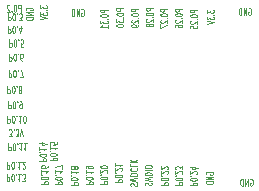
<source format=gbo>
%TF.GenerationSoftware,KiCad,Pcbnew,(5.1.6)-1*%
%TF.CreationDate,2020-10-25T10:58:20+08:00*%
%TF.ProjectId,NRF52840,4e524635-3238-4343-902e-6b696361645f,rev?*%
%TF.SameCoordinates,Original*%
%TF.FileFunction,Legend,Bot*%
%TF.FilePolarity,Positive*%
%FSLAX46Y46*%
G04 Gerber Fmt 4.6, Leading zero omitted, Abs format (unit mm)*
G04 Created by KiCad (PCBNEW (5.1.6)-1) date 2020-10-25 10:58:20*
%MOMM*%
%LPD*%
G01*
G04 APERTURE LIST*
%ADD10C,0.100000*%
%ADD11O,1.600000X0.900000*%
%ADD12O,0.900000X1.600000*%
G04 APERTURE END LIST*
D10*
X137077441Y-113316340D02*
X137115537Y-113287768D01*
X137172680Y-113287768D01*
X137229822Y-113316340D01*
X137267918Y-113373482D01*
X137286965Y-113430625D01*
X137306013Y-113544911D01*
X137306013Y-113630625D01*
X137286965Y-113744911D01*
X137267918Y-113802054D01*
X137229822Y-113859197D01*
X137172680Y-113887768D01*
X137134584Y-113887768D01*
X137077441Y-113859197D01*
X137058394Y-113830625D01*
X137058394Y-113630625D01*
X137134584Y-113630625D01*
X136886965Y-113887768D02*
X136886965Y-113287768D01*
X136658394Y-113887768D01*
X136658394Y-113287768D01*
X136467918Y-113887768D02*
X136467918Y-113287768D01*
X136372680Y-113287768D01*
X136315537Y-113316340D01*
X136277441Y-113373482D01*
X136258394Y-113430625D01*
X136239346Y-113544911D01*
X136239346Y-113630625D01*
X136258394Y-113744911D01*
X136277441Y-113802054D01*
X136315537Y-113859197D01*
X136372680Y-113887768D01*
X136467918Y-113887768D01*
X133544108Y-113445863D02*
X133544108Y-113693482D01*
X133772680Y-113560149D01*
X133772680Y-113617292D01*
X133801251Y-113655387D01*
X133829822Y-113674435D01*
X133886965Y-113693482D01*
X134029822Y-113693482D01*
X134086965Y-113674435D01*
X134115537Y-113655387D01*
X134144108Y-113617292D01*
X134144108Y-113503006D01*
X134115537Y-113464911D01*
X134086965Y-113445863D01*
X134086965Y-113864911D02*
X134115537Y-113883959D01*
X134144108Y-113864911D01*
X134115537Y-113845863D01*
X134086965Y-113864911D01*
X134144108Y-113864911D01*
X133544108Y-114017292D02*
X133544108Y-114264911D01*
X133772680Y-114131578D01*
X133772680Y-114188720D01*
X133801251Y-114226816D01*
X133829822Y-114245863D01*
X133886965Y-114264911D01*
X134029822Y-114264911D01*
X134086965Y-114245863D01*
X134115537Y-114226816D01*
X134144108Y-114188720D01*
X134144108Y-114074435D01*
X134115537Y-114036340D01*
X134086965Y-114017292D01*
X133544108Y-114379197D02*
X134144108Y-114512530D01*
X133544108Y-114645863D01*
X132724108Y-113444911D02*
X132124108Y-113444911D01*
X132124108Y-113597292D01*
X132152680Y-113635387D01*
X132181251Y-113654435D01*
X132238394Y-113673482D01*
X132324108Y-113673482D01*
X132381251Y-113654435D01*
X132409822Y-113635387D01*
X132438394Y-113597292D01*
X132438394Y-113444911D01*
X132124108Y-113921101D02*
X132124108Y-113959197D01*
X132152680Y-113997292D01*
X132181251Y-114016340D01*
X132238394Y-114035387D01*
X132352680Y-114054435D01*
X132495537Y-114054435D01*
X132609822Y-114035387D01*
X132666965Y-114016340D01*
X132695537Y-113997292D01*
X132724108Y-113959197D01*
X132724108Y-113921101D01*
X132695537Y-113883006D01*
X132666965Y-113863959D01*
X132609822Y-113844911D01*
X132495537Y-113825863D01*
X132352680Y-113825863D01*
X132238394Y-113844911D01*
X132181251Y-113863959D01*
X132152680Y-113883006D01*
X132124108Y-113921101D01*
X132666965Y-114225863D02*
X132695537Y-114244911D01*
X132724108Y-114225863D01*
X132695537Y-114206816D01*
X132666965Y-114225863D01*
X132724108Y-114225863D01*
X132181251Y-114397292D02*
X132152680Y-114416340D01*
X132124108Y-114454435D01*
X132124108Y-114549673D01*
X132152680Y-114587768D01*
X132181251Y-114606816D01*
X132238394Y-114625863D01*
X132295537Y-114625863D01*
X132381251Y-114606816D01*
X132724108Y-114378244D01*
X132724108Y-114625863D01*
X132124108Y-114987768D02*
X132124108Y-114797292D01*
X132409822Y-114778244D01*
X132381251Y-114797292D01*
X132352680Y-114835387D01*
X132352680Y-114930625D01*
X132381251Y-114968720D01*
X132409822Y-114987768D01*
X132466965Y-115006816D01*
X132609822Y-115006816D01*
X132666965Y-114987768D01*
X132695537Y-114968720D01*
X132724108Y-114930625D01*
X132724108Y-114835387D01*
X132695537Y-114797292D01*
X132666965Y-114778244D01*
X131434108Y-113364911D02*
X130834108Y-113364911D01*
X130834108Y-113517292D01*
X130862680Y-113555387D01*
X130891251Y-113574435D01*
X130948394Y-113593482D01*
X131034108Y-113593482D01*
X131091251Y-113574435D01*
X131119822Y-113555387D01*
X131148394Y-113517292D01*
X131148394Y-113364911D01*
X130834108Y-113841101D02*
X130834108Y-113879197D01*
X130862680Y-113917292D01*
X130891251Y-113936340D01*
X130948394Y-113955387D01*
X131062680Y-113974435D01*
X131205537Y-113974435D01*
X131319822Y-113955387D01*
X131376965Y-113936340D01*
X131405537Y-113917292D01*
X131434108Y-113879197D01*
X131434108Y-113841101D01*
X131405537Y-113803006D01*
X131376965Y-113783959D01*
X131319822Y-113764911D01*
X131205537Y-113745863D01*
X131062680Y-113745863D01*
X130948394Y-113764911D01*
X130891251Y-113783959D01*
X130862680Y-113803006D01*
X130834108Y-113841101D01*
X131376965Y-114145863D02*
X131405537Y-114164911D01*
X131434108Y-114145863D01*
X131405537Y-114126816D01*
X131376965Y-114145863D01*
X131434108Y-114145863D01*
X130891251Y-114317292D02*
X130862680Y-114336340D01*
X130834108Y-114374435D01*
X130834108Y-114469673D01*
X130862680Y-114507768D01*
X130891251Y-114526816D01*
X130948394Y-114545863D01*
X131005537Y-114545863D01*
X131091251Y-114526816D01*
X131434108Y-114298244D01*
X131434108Y-114545863D01*
X130834108Y-114888720D02*
X130834108Y-114812530D01*
X130862680Y-114774435D01*
X130891251Y-114755387D01*
X130976965Y-114717292D01*
X131091251Y-114698244D01*
X131319822Y-114698244D01*
X131376965Y-114717292D01*
X131405537Y-114736340D01*
X131434108Y-114774435D01*
X131434108Y-114850625D01*
X131405537Y-114888720D01*
X131376965Y-114907768D01*
X131319822Y-114926816D01*
X131176965Y-114926816D01*
X131119822Y-114907768D01*
X131091251Y-114888720D01*
X131062680Y-114850625D01*
X131062680Y-114774435D01*
X131091251Y-114736340D01*
X131119822Y-114717292D01*
X131176965Y-114698244D01*
X130194108Y-113364911D02*
X129594108Y-113364911D01*
X129594108Y-113517292D01*
X129622680Y-113555387D01*
X129651251Y-113574435D01*
X129708394Y-113593482D01*
X129794108Y-113593482D01*
X129851251Y-113574435D01*
X129879822Y-113555387D01*
X129908394Y-113517292D01*
X129908394Y-113364911D01*
X129594108Y-113841101D02*
X129594108Y-113879197D01*
X129622680Y-113917292D01*
X129651251Y-113936340D01*
X129708394Y-113955387D01*
X129822680Y-113974435D01*
X129965537Y-113974435D01*
X130079822Y-113955387D01*
X130136965Y-113936340D01*
X130165537Y-113917292D01*
X130194108Y-113879197D01*
X130194108Y-113841101D01*
X130165537Y-113803006D01*
X130136965Y-113783959D01*
X130079822Y-113764911D01*
X129965537Y-113745863D01*
X129822680Y-113745863D01*
X129708394Y-113764911D01*
X129651251Y-113783959D01*
X129622680Y-113803006D01*
X129594108Y-113841101D01*
X130136965Y-114145863D02*
X130165537Y-114164911D01*
X130194108Y-114145863D01*
X130165537Y-114126816D01*
X130136965Y-114145863D01*
X130194108Y-114145863D01*
X129651251Y-114317292D02*
X129622680Y-114336340D01*
X129594108Y-114374435D01*
X129594108Y-114469673D01*
X129622680Y-114507768D01*
X129651251Y-114526816D01*
X129708394Y-114545863D01*
X129765537Y-114545863D01*
X129851251Y-114526816D01*
X130194108Y-114298244D01*
X130194108Y-114545863D01*
X129594108Y-114679197D02*
X129594108Y-114945863D01*
X130194108Y-114774435D01*
X128974108Y-113294911D02*
X128374108Y-113294911D01*
X128374108Y-113447292D01*
X128402680Y-113485387D01*
X128431251Y-113504435D01*
X128488394Y-113523482D01*
X128574108Y-113523482D01*
X128631251Y-113504435D01*
X128659822Y-113485387D01*
X128688394Y-113447292D01*
X128688394Y-113294911D01*
X128374108Y-113771101D02*
X128374108Y-113809197D01*
X128402680Y-113847292D01*
X128431251Y-113866340D01*
X128488394Y-113885387D01*
X128602680Y-113904435D01*
X128745537Y-113904435D01*
X128859822Y-113885387D01*
X128916965Y-113866340D01*
X128945537Y-113847292D01*
X128974108Y-113809197D01*
X128974108Y-113771101D01*
X128945537Y-113733006D01*
X128916965Y-113713959D01*
X128859822Y-113694911D01*
X128745537Y-113675863D01*
X128602680Y-113675863D01*
X128488394Y-113694911D01*
X128431251Y-113713959D01*
X128402680Y-113733006D01*
X128374108Y-113771101D01*
X128916965Y-114075863D02*
X128945537Y-114094911D01*
X128974108Y-114075863D01*
X128945537Y-114056816D01*
X128916965Y-114075863D01*
X128974108Y-114075863D01*
X128431251Y-114247292D02*
X128402680Y-114266340D01*
X128374108Y-114304435D01*
X128374108Y-114399673D01*
X128402680Y-114437768D01*
X128431251Y-114456816D01*
X128488394Y-114475863D01*
X128545537Y-114475863D01*
X128631251Y-114456816D01*
X128974108Y-114228244D01*
X128974108Y-114475863D01*
X128631251Y-114704435D02*
X128602680Y-114666340D01*
X128574108Y-114647292D01*
X128516965Y-114628244D01*
X128488394Y-114628244D01*
X128431251Y-114647292D01*
X128402680Y-114666340D01*
X128374108Y-114704435D01*
X128374108Y-114780625D01*
X128402680Y-114818720D01*
X128431251Y-114837768D01*
X128488394Y-114856816D01*
X128516965Y-114856816D01*
X128574108Y-114837768D01*
X128602680Y-114818720D01*
X128631251Y-114780625D01*
X128631251Y-114704435D01*
X128659822Y-114666340D01*
X128688394Y-114647292D01*
X128745537Y-114628244D01*
X128859822Y-114628244D01*
X128916965Y-114647292D01*
X128945537Y-114666340D01*
X128974108Y-114704435D01*
X128974108Y-114780625D01*
X128945537Y-114818720D01*
X128916965Y-114837768D01*
X128859822Y-114856816D01*
X128745537Y-114856816D01*
X128688394Y-114837768D01*
X128659822Y-114818720D01*
X128631251Y-114780625D01*
X127744108Y-113354911D02*
X127144108Y-113354911D01*
X127144108Y-113507292D01*
X127172680Y-113545387D01*
X127201251Y-113564435D01*
X127258394Y-113583482D01*
X127344108Y-113583482D01*
X127401251Y-113564435D01*
X127429822Y-113545387D01*
X127458394Y-113507292D01*
X127458394Y-113354911D01*
X127144108Y-113831101D02*
X127144108Y-113869197D01*
X127172680Y-113907292D01*
X127201251Y-113926340D01*
X127258394Y-113945387D01*
X127372680Y-113964435D01*
X127515537Y-113964435D01*
X127629822Y-113945387D01*
X127686965Y-113926340D01*
X127715537Y-113907292D01*
X127744108Y-113869197D01*
X127744108Y-113831101D01*
X127715537Y-113793006D01*
X127686965Y-113773959D01*
X127629822Y-113754911D01*
X127515537Y-113735863D01*
X127372680Y-113735863D01*
X127258394Y-113754911D01*
X127201251Y-113773959D01*
X127172680Y-113793006D01*
X127144108Y-113831101D01*
X127686965Y-114135863D02*
X127715537Y-114154911D01*
X127744108Y-114135863D01*
X127715537Y-114116816D01*
X127686965Y-114135863D01*
X127744108Y-114135863D01*
X127201251Y-114307292D02*
X127172680Y-114326340D01*
X127144108Y-114364435D01*
X127144108Y-114459673D01*
X127172680Y-114497768D01*
X127201251Y-114516816D01*
X127258394Y-114535863D01*
X127315537Y-114535863D01*
X127401251Y-114516816D01*
X127744108Y-114288244D01*
X127744108Y-114535863D01*
X127744108Y-114726340D02*
X127744108Y-114802530D01*
X127715537Y-114840625D01*
X127686965Y-114859673D01*
X127601251Y-114897768D01*
X127486965Y-114916816D01*
X127258394Y-114916816D01*
X127201251Y-114897768D01*
X127172680Y-114878720D01*
X127144108Y-114840625D01*
X127144108Y-114764435D01*
X127172680Y-114726340D01*
X127201251Y-114707292D01*
X127258394Y-114688244D01*
X127401251Y-114688244D01*
X127458394Y-114707292D01*
X127486965Y-114726340D01*
X127515537Y-114764435D01*
X127515537Y-114840625D01*
X127486965Y-114878720D01*
X127458394Y-114897768D01*
X127401251Y-114916816D01*
X126464108Y-113324911D02*
X125864108Y-113324911D01*
X125864108Y-113477292D01*
X125892680Y-113515387D01*
X125921251Y-113534435D01*
X125978394Y-113553482D01*
X126064108Y-113553482D01*
X126121251Y-113534435D01*
X126149822Y-113515387D01*
X126178394Y-113477292D01*
X126178394Y-113324911D01*
X125864108Y-113801101D02*
X125864108Y-113839197D01*
X125892680Y-113877292D01*
X125921251Y-113896340D01*
X125978394Y-113915387D01*
X126092680Y-113934435D01*
X126235537Y-113934435D01*
X126349822Y-113915387D01*
X126406965Y-113896340D01*
X126435537Y-113877292D01*
X126464108Y-113839197D01*
X126464108Y-113801101D01*
X126435537Y-113763006D01*
X126406965Y-113743959D01*
X126349822Y-113724911D01*
X126235537Y-113705863D01*
X126092680Y-113705863D01*
X125978394Y-113724911D01*
X125921251Y-113743959D01*
X125892680Y-113763006D01*
X125864108Y-113801101D01*
X126406965Y-114105863D02*
X126435537Y-114124911D01*
X126464108Y-114105863D01*
X126435537Y-114086816D01*
X126406965Y-114105863D01*
X126464108Y-114105863D01*
X125864108Y-114258244D02*
X125864108Y-114505863D01*
X126092680Y-114372530D01*
X126092680Y-114429673D01*
X126121251Y-114467768D01*
X126149822Y-114486816D01*
X126206965Y-114505863D01*
X126349822Y-114505863D01*
X126406965Y-114486816D01*
X126435537Y-114467768D01*
X126464108Y-114429673D01*
X126464108Y-114315387D01*
X126435537Y-114277292D01*
X126406965Y-114258244D01*
X125864108Y-114753482D02*
X125864108Y-114791578D01*
X125892680Y-114829673D01*
X125921251Y-114848720D01*
X125978394Y-114867768D01*
X126092680Y-114886816D01*
X126235537Y-114886816D01*
X126349822Y-114867768D01*
X126406965Y-114848720D01*
X126435537Y-114829673D01*
X126464108Y-114791578D01*
X126464108Y-114753482D01*
X126435537Y-114715387D01*
X126406965Y-114696340D01*
X126349822Y-114677292D01*
X126235537Y-114658244D01*
X126092680Y-114658244D01*
X125978394Y-114677292D01*
X125921251Y-114696340D01*
X125892680Y-114715387D01*
X125864108Y-114753482D01*
X125134108Y-113424911D02*
X124534108Y-113424911D01*
X124534108Y-113577292D01*
X124562680Y-113615387D01*
X124591251Y-113634435D01*
X124648394Y-113653482D01*
X124734108Y-113653482D01*
X124791251Y-113634435D01*
X124819822Y-113615387D01*
X124848394Y-113577292D01*
X124848394Y-113424911D01*
X124534108Y-113901101D02*
X124534108Y-113939197D01*
X124562680Y-113977292D01*
X124591251Y-113996340D01*
X124648394Y-114015387D01*
X124762680Y-114034435D01*
X124905537Y-114034435D01*
X125019822Y-114015387D01*
X125076965Y-113996340D01*
X125105537Y-113977292D01*
X125134108Y-113939197D01*
X125134108Y-113901101D01*
X125105537Y-113863006D01*
X125076965Y-113843959D01*
X125019822Y-113824911D01*
X124905537Y-113805863D01*
X124762680Y-113805863D01*
X124648394Y-113824911D01*
X124591251Y-113843959D01*
X124562680Y-113863006D01*
X124534108Y-113901101D01*
X125076965Y-114205863D02*
X125105537Y-114224911D01*
X125134108Y-114205863D01*
X125105537Y-114186816D01*
X125076965Y-114205863D01*
X125134108Y-114205863D01*
X124534108Y-114358244D02*
X124534108Y-114605863D01*
X124762680Y-114472530D01*
X124762680Y-114529673D01*
X124791251Y-114567768D01*
X124819822Y-114586816D01*
X124876965Y-114605863D01*
X125019822Y-114605863D01*
X125076965Y-114586816D01*
X125105537Y-114567768D01*
X125134108Y-114529673D01*
X125134108Y-114415387D01*
X125105537Y-114377292D01*
X125076965Y-114358244D01*
X125134108Y-114986816D02*
X125134108Y-114758244D01*
X125134108Y-114872530D02*
X124534108Y-114872530D01*
X124619822Y-114834435D01*
X124676965Y-114796340D01*
X124705537Y-114758244D01*
X122927441Y-113406340D02*
X122965537Y-113377768D01*
X123022680Y-113377768D01*
X123079822Y-113406340D01*
X123117918Y-113463482D01*
X123136965Y-113520625D01*
X123156013Y-113634911D01*
X123156013Y-113720625D01*
X123136965Y-113834911D01*
X123117918Y-113892054D01*
X123079822Y-113949197D01*
X123022680Y-113977768D01*
X122984584Y-113977768D01*
X122927441Y-113949197D01*
X122908394Y-113920625D01*
X122908394Y-113720625D01*
X122984584Y-113720625D01*
X122736965Y-113977768D02*
X122736965Y-113377768D01*
X122508394Y-113977768D01*
X122508394Y-113377768D01*
X122317918Y-113977768D02*
X122317918Y-113377768D01*
X122222680Y-113377768D01*
X122165537Y-113406340D01*
X122127441Y-113463482D01*
X122108394Y-113520625D01*
X122089346Y-113634911D01*
X122089346Y-113720625D01*
X122108394Y-113834911D01*
X122127441Y-113892054D01*
X122165537Y-113949197D01*
X122222680Y-113977768D01*
X122317918Y-113977768D01*
X119414108Y-113065863D02*
X119414108Y-113313482D01*
X119642680Y-113180149D01*
X119642680Y-113237292D01*
X119671251Y-113275387D01*
X119699822Y-113294435D01*
X119756965Y-113313482D01*
X119899822Y-113313482D01*
X119956965Y-113294435D01*
X119985537Y-113275387D01*
X120014108Y-113237292D01*
X120014108Y-113123006D01*
X119985537Y-113084911D01*
X119956965Y-113065863D01*
X119956965Y-113484911D02*
X119985537Y-113503959D01*
X120014108Y-113484911D01*
X119985537Y-113465863D01*
X119956965Y-113484911D01*
X120014108Y-113484911D01*
X119414108Y-113637292D02*
X119414108Y-113884911D01*
X119642680Y-113751578D01*
X119642680Y-113808720D01*
X119671251Y-113846816D01*
X119699822Y-113865863D01*
X119756965Y-113884911D01*
X119899822Y-113884911D01*
X119956965Y-113865863D01*
X119985537Y-113846816D01*
X120014108Y-113808720D01*
X120014108Y-113694435D01*
X119985537Y-113656340D01*
X119956965Y-113637292D01*
X119414108Y-113999197D02*
X120014108Y-114132530D01*
X119414108Y-114265863D01*
X118232680Y-113481578D02*
X118204108Y-113443482D01*
X118204108Y-113386340D01*
X118232680Y-113329197D01*
X118289822Y-113291101D01*
X118346965Y-113272054D01*
X118461251Y-113253006D01*
X118546965Y-113253006D01*
X118661251Y-113272054D01*
X118718394Y-113291101D01*
X118775537Y-113329197D01*
X118804108Y-113386340D01*
X118804108Y-113424435D01*
X118775537Y-113481578D01*
X118746965Y-113500625D01*
X118546965Y-113500625D01*
X118546965Y-113424435D01*
X118804108Y-113672054D02*
X118204108Y-113672054D01*
X118804108Y-113900625D01*
X118204108Y-113900625D01*
X118804108Y-114091101D02*
X118204108Y-114091101D01*
X118204108Y-114186340D01*
X118232680Y-114243482D01*
X118289822Y-114281578D01*
X118346965Y-114300625D01*
X118461251Y-114319673D01*
X118546965Y-114319673D01*
X118661251Y-114300625D01*
X118718394Y-114281578D01*
X118775537Y-114243482D01*
X118804108Y-114186340D01*
X118804108Y-114091101D01*
X117783632Y-113617768D02*
X117783632Y-113017768D01*
X117631251Y-113017768D01*
X117593156Y-113046340D01*
X117574108Y-113074911D01*
X117555060Y-113132054D01*
X117555060Y-113217768D01*
X117574108Y-113274911D01*
X117593156Y-113303482D01*
X117631251Y-113332054D01*
X117783632Y-113332054D01*
X117307441Y-113017768D02*
X117269346Y-113017768D01*
X117231251Y-113046340D01*
X117212203Y-113074911D01*
X117193156Y-113132054D01*
X117174108Y-113246340D01*
X117174108Y-113389197D01*
X117193156Y-113503482D01*
X117212203Y-113560625D01*
X117231251Y-113589197D01*
X117269346Y-113617768D01*
X117307441Y-113617768D01*
X117345537Y-113589197D01*
X117364584Y-113560625D01*
X117383632Y-113503482D01*
X117402680Y-113389197D01*
X117402680Y-113246340D01*
X117383632Y-113132054D01*
X117364584Y-113074911D01*
X117345537Y-113046340D01*
X117307441Y-113017768D01*
X117002680Y-113560625D02*
X116983632Y-113589197D01*
X117002680Y-113617768D01*
X117021727Y-113589197D01*
X117002680Y-113560625D01*
X117002680Y-113617768D01*
X116831251Y-113074911D02*
X116812203Y-113046340D01*
X116774108Y-113017768D01*
X116678870Y-113017768D01*
X116640775Y-113046340D01*
X116621727Y-113074911D01*
X116602680Y-113132054D01*
X116602680Y-113189197D01*
X116621727Y-113274911D01*
X116850299Y-113617768D01*
X116602680Y-113617768D01*
X116691727Y-113734911D02*
X116691727Y-114334911D01*
X116844108Y-114334911D01*
X116882203Y-114306340D01*
X116901251Y-114277768D01*
X116920299Y-114220625D01*
X116920299Y-114134911D01*
X116901251Y-114077768D01*
X116882203Y-114049197D01*
X116844108Y-114020625D01*
X116691727Y-114020625D01*
X117167918Y-114334911D02*
X117206013Y-114334911D01*
X117244108Y-114306340D01*
X117263156Y-114277768D01*
X117282203Y-114220625D01*
X117301251Y-114106340D01*
X117301251Y-113963482D01*
X117282203Y-113849197D01*
X117263156Y-113792054D01*
X117244108Y-113763482D01*
X117206013Y-113734911D01*
X117167918Y-113734911D01*
X117129822Y-113763482D01*
X117110775Y-113792054D01*
X117091727Y-113849197D01*
X117072680Y-113963482D01*
X117072680Y-114106340D01*
X117091727Y-114220625D01*
X117110775Y-114277768D01*
X117129822Y-114306340D01*
X117167918Y-114334911D01*
X117472680Y-113792054D02*
X117491727Y-113763482D01*
X117472680Y-113734911D01*
X117453632Y-113763482D01*
X117472680Y-113792054D01*
X117472680Y-113734911D01*
X117625060Y-114334911D02*
X117872680Y-114334911D01*
X117739346Y-114106340D01*
X117796489Y-114106340D01*
X117834584Y-114077768D01*
X117853632Y-114049197D01*
X117872680Y-113992054D01*
X117872680Y-113849197D01*
X117853632Y-113792054D01*
X117834584Y-113763482D01*
X117796489Y-113734911D01*
X117682203Y-113734911D01*
X117644108Y-113763482D01*
X117625060Y-113792054D01*
X116701727Y-114804911D02*
X116701727Y-115404911D01*
X116854108Y-115404911D01*
X116892203Y-115376340D01*
X116911251Y-115347768D01*
X116930299Y-115290625D01*
X116930299Y-115204911D01*
X116911251Y-115147768D01*
X116892203Y-115119197D01*
X116854108Y-115090625D01*
X116701727Y-115090625D01*
X117177918Y-115404911D02*
X117216013Y-115404911D01*
X117254108Y-115376340D01*
X117273156Y-115347768D01*
X117292203Y-115290625D01*
X117311251Y-115176340D01*
X117311251Y-115033482D01*
X117292203Y-114919197D01*
X117273156Y-114862054D01*
X117254108Y-114833482D01*
X117216013Y-114804911D01*
X117177918Y-114804911D01*
X117139822Y-114833482D01*
X117120775Y-114862054D01*
X117101727Y-114919197D01*
X117082680Y-115033482D01*
X117082680Y-115176340D01*
X117101727Y-115290625D01*
X117120775Y-115347768D01*
X117139822Y-115376340D01*
X117177918Y-115404911D01*
X117482680Y-114862054D02*
X117501727Y-114833482D01*
X117482680Y-114804911D01*
X117463632Y-114833482D01*
X117482680Y-114862054D01*
X117482680Y-114804911D01*
X117844584Y-115204911D02*
X117844584Y-114804911D01*
X117749346Y-115433482D02*
X117654108Y-115004911D01*
X117901727Y-115004911D01*
X116811727Y-115954911D02*
X116811727Y-116554911D01*
X116964108Y-116554911D01*
X117002203Y-116526340D01*
X117021251Y-116497768D01*
X117040299Y-116440625D01*
X117040299Y-116354911D01*
X117021251Y-116297768D01*
X117002203Y-116269197D01*
X116964108Y-116240625D01*
X116811727Y-116240625D01*
X117287918Y-116554911D02*
X117326013Y-116554911D01*
X117364108Y-116526340D01*
X117383156Y-116497768D01*
X117402203Y-116440625D01*
X117421251Y-116326340D01*
X117421251Y-116183482D01*
X117402203Y-116069197D01*
X117383156Y-116012054D01*
X117364108Y-115983482D01*
X117326013Y-115954911D01*
X117287918Y-115954911D01*
X117249822Y-115983482D01*
X117230775Y-116012054D01*
X117211727Y-116069197D01*
X117192680Y-116183482D01*
X117192680Y-116326340D01*
X117211727Y-116440625D01*
X117230775Y-116497768D01*
X117249822Y-116526340D01*
X117287918Y-116554911D01*
X117592680Y-116012054D02*
X117611727Y-115983482D01*
X117592680Y-115954911D01*
X117573632Y-115983482D01*
X117592680Y-116012054D01*
X117592680Y-115954911D01*
X117973632Y-116554911D02*
X117783156Y-116554911D01*
X117764108Y-116269197D01*
X117783156Y-116297768D01*
X117821251Y-116326340D01*
X117916489Y-116326340D01*
X117954584Y-116297768D01*
X117973632Y-116269197D01*
X117992680Y-116212054D01*
X117992680Y-116069197D01*
X117973632Y-116012054D01*
X117954584Y-115983482D01*
X117916489Y-115954911D01*
X117821251Y-115954911D01*
X117783156Y-115983482D01*
X117764108Y-116012054D01*
X116781727Y-117154911D02*
X116781727Y-117754911D01*
X116934108Y-117754911D01*
X116972203Y-117726340D01*
X116991251Y-117697768D01*
X117010299Y-117640625D01*
X117010299Y-117554911D01*
X116991251Y-117497768D01*
X116972203Y-117469197D01*
X116934108Y-117440625D01*
X116781727Y-117440625D01*
X117257918Y-117754911D02*
X117296013Y-117754911D01*
X117334108Y-117726340D01*
X117353156Y-117697768D01*
X117372203Y-117640625D01*
X117391251Y-117526340D01*
X117391251Y-117383482D01*
X117372203Y-117269197D01*
X117353156Y-117212054D01*
X117334108Y-117183482D01*
X117296013Y-117154911D01*
X117257918Y-117154911D01*
X117219822Y-117183482D01*
X117200775Y-117212054D01*
X117181727Y-117269197D01*
X117162680Y-117383482D01*
X117162680Y-117526340D01*
X117181727Y-117640625D01*
X117200775Y-117697768D01*
X117219822Y-117726340D01*
X117257918Y-117754911D01*
X117562680Y-117212054D02*
X117581727Y-117183482D01*
X117562680Y-117154911D01*
X117543632Y-117183482D01*
X117562680Y-117212054D01*
X117562680Y-117154911D01*
X117924584Y-117754911D02*
X117848394Y-117754911D01*
X117810299Y-117726340D01*
X117791251Y-117697768D01*
X117753156Y-117612054D01*
X117734108Y-117497768D01*
X117734108Y-117269197D01*
X117753156Y-117212054D01*
X117772203Y-117183482D01*
X117810299Y-117154911D01*
X117886489Y-117154911D01*
X117924584Y-117183482D01*
X117943632Y-117212054D01*
X117962680Y-117269197D01*
X117962680Y-117412054D01*
X117943632Y-117469197D01*
X117924584Y-117497768D01*
X117886489Y-117526340D01*
X117810299Y-117526340D01*
X117772203Y-117497768D01*
X117753156Y-117469197D01*
X117734108Y-117412054D01*
X116761727Y-118544911D02*
X116761727Y-119144911D01*
X116914108Y-119144911D01*
X116952203Y-119116340D01*
X116971251Y-119087768D01*
X116990299Y-119030625D01*
X116990299Y-118944911D01*
X116971251Y-118887768D01*
X116952203Y-118859197D01*
X116914108Y-118830625D01*
X116761727Y-118830625D01*
X117237918Y-119144911D02*
X117276013Y-119144911D01*
X117314108Y-119116340D01*
X117333156Y-119087768D01*
X117352203Y-119030625D01*
X117371251Y-118916340D01*
X117371251Y-118773482D01*
X117352203Y-118659197D01*
X117333156Y-118602054D01*
X117314108Y-118573482D01*
X117276013Y-118544911D01*
X117237918Y-118544911D01*
X117199822Y-118573482D01*
X117180775Y-118602054D01*
X117161727Y-118659197D01*
X117142680Y-118773482D01*
X117142680Y-118916340D01*
X117161727Y-119030625D01*
X117180775Y-119087768D01*
X117199822Y-119116340D01*
X117237918Y-119144911D01*
X117542680Y-118602054D02*
X117561727Y-118573482D01*
X117542680Y-118544911D01*
X117523632Y-118573482D01*
X117542680Y-118602054D01*
X117542680Y-118544911D01*
X117695060Y-119144911D02*
X117961727Y-119144911D01*
X117790299Y-118544911D01*
X116651727Y-119884911D02*
X116651727Y-120484911D01*
X116804108Y-120484911D01*
X116842203Y-120456340D01*
X116861251Y-120427768D01*
X116880299Y-120370625D01*
X116880299Y-120284911D01*
X116861251Y-120227768D01*
X116842203Y-120199197D01*
X116804108Y-120170625D01*
X116651727Y-120170625D01*
X117127918Y-120484911D02*
X117166013Y-120484911D01*
X117204108Y-120456340D01*
X117223156Y-120427768D01*
X117242203Y-120370625D01*
X117261251Y-120256340D01*
X117261251Y-120113482D01*
X117242203Y-119999197D01*
X117223156Y-119942054D01*
X117204108Y-119913482D01*
X117166013Y-119884911D01*
X117127918Y-119884911D01*
X117089822Y-119913482D01*
X117070775Y-119942054D01*
X117051727Y-119999197D01*
X117032680Y-120113482D01*
X117032680Y-120256340D01*
X117051727Y-120370625D01*
X117070775Y-120427768D01*
X117089822Y-120456340D01*
X117127918Y-120484911D01*
X117432680Y-119942054D02*
X117451727Y-119913482D01*
X117432680Y-119884911D01*
X117413632Y-119913482D01*
X117432680Y-119942054D01*
X117432680Y-119884911D01*
X117680299Y-120227768D02*
X117642203Y-120256340D01*
X117623156Y-120284911D01*
X117604108Y-120342054D01*
X117604108Y-120370625D01*
X117623156Y-120427768D01*
X117642203Y-120456340D01*
X117680299Y-120484911D01*
X117756489Y-120484911D01*
X117794584Y-120456340D01*
X117813632Y-120427768D01*
X117832680Y-120370625D01*
X117832680Y-120342054D01*
X117813632Y-120284911D01*
X117794584Y-120256340D01*
X117756489Y-120227768D01*
X117680299Y-120227768D01*
X117642203Y-120199197D01*
X117623156Y-120170625D01*
X117604108Y-120113482D01*
X117604108Y-119999197D01*
X117623156Y-119942054D01*
X117642203Y-119913482D01*
X117680299Y-119884911D01*
X117756489Y-119884911D01*
X117794584Y-119913482D01*
X117813632Y-119942054D01*
X117832680Y-119999197D01*
X117832680Y-120113482D01*
X117813632Y-120170625D01*
X117794584Y-120199197D01*
X117756489Y-120227768D01*
X116721727Y-121194911D02*
X116721727Y-121794911D01*
X116874108Y-121794911D01*
X116912203Y-121766340D01*
X116931251Y-121737768D01*
X116950299Y-121680625D01*
X116950299Y-121594911D01*
X116931251Y-121537768D01*
X116912203Y-121509197D01*
X116874108Y-121480625D01*
X116721727Y-121480625D01*
X117197918Y-121794911D02*
X117236013Y-121794911D01*
X117274108Y-121766340D01*
X117293156Y-121737768D01*
X117312203Y-121680625D01*
X117331251Y-121566340D01*
X117331251Y-121423482D01*
X117312203Y-121309197D01*
X117293156Y-121252054D01*
X117274108Y-121223482D01*
X117236013Y-121194911D01*
X117197918Y-121194911D01*
X117159822Y-121223482D01*
X117140775Y-121252054D01*
X117121727Y-121309197D01*
X117102680Y-121423482D01*
X117102680Y-121566340D01*
X117121727Y-121680625D01*
X117140775Y-121737768D01*
X117159822Y-121766340D01*
X117197918Y-121794911D01*
X117502680Y-121252054D02*
X117521727Y-121223482D01*
X117502680Y-121194911D01*
X117483632Y-121223482D01*
X117502680Y-121252054D01*
X117502680Y-121194911D01*
X117712203Y-121194911D02*
X117788394Y-121194911D01*
X117826489Y-121223482D01*
X117845537Y-121252054D01*
X117883632Y-121337768D01*
X117902680Y-121452054D01*
X117902680Y-121680625D01*
X117883632Y-121737768D01*
X117864584Y-121766340D01*
X117826489Y-121794911D01*
X117750299Y-121794911D01*
X117712203Y-121766340D01*
X117693156Y-121737768D01*
X117674108Y-121680625D01*
X117674108Y-121537768D01*
X117693156Y-121480625D01*
X117712203Y-121452054D01*
X117750299Y-121423482D01*
X117826489Y-121423482D01*
X117864584Y-121452054D01*
X117883632Y-121480625D01*
X117902680Y-121537768D01*
X116661251Y-122404911D02*
X116661251Y-123004911D01*
X116813632Y-123004911D01*
X116851727Y-122976340D01*
X116870775Y-122947768D01*
X116889822Y-122890625D01*
X116889822Y-122804911D01*
X116870775Y-122747768D01*
X116851727Y-122719197D01*
X116813632Y-122690625D01*
X116661251Y-122690625D01*
X117137441Y-123004911D02*
X117175537Y-123004911D01*
X117213632Y-122976340D01*
X117232680Y-122947768D01*
X117251727Y-122890625D01*
X117270775Y-122776340D01*
X117270775Y-122633482D01*
X117251727Y-122519197D01*
X117232680Y-122462054D01*
X117213632Y-122433482D01*
X117175537Y-122404911D01*
X117137441Y-122404911D01*
X117099346Y-122433482D01*
X117080299Y-122462054D01*
X117061251Y-122519197D01*
X117042203Y-122633482D01*
X117042203Y-122776340D01*
X117061251Y-122890625D01*
X117080299Y-122947768D01*
X117099346Y-122976340D01*
X117137441Y-123004911D01*
X117442203Y-122462054D02*
X117461251Y-122433482D01*
X117442203Y-122404911D01*
X117423156Y-122433482D01*
X117442203Y-122462054D01*
X117442203Y-122404911D01*
X117842203Y-122404911D02*
X117613632Y-122404911D01*
X117727918Y-122404911D02*
X117727918Y-123004911D01*
X117689822Y-122919197D01*
X117651727Y-122862054D01*
X117613632Y-122833482D01*
X118089822Y-123004911D02*
X118127918Y-123004911D01*
X118166013Y-122976340D01*
X118185060Y-122947768D01*
X118204108Y-122890625D01*
X118223156Y-122776340D01*
X118223156Y-122633482D01*
X118204108Y-122519197D01*
X118185060Y-122462054D01*
X118166013Y-122433482D01*
X118127918Y-122404911D01*
X118089822Y-122404911D01*
X118051727Y-122433482D01*
X118032680Y-122462054D01*
X118013632Y-122519197D01*
X117994584Y-122633482D01*
X117994584Y-122776340D01*
X118013632Y-122890625D01*
X118032680Y-122947768D01*
X118051727Y-122976340D01*
X118089822Y-123004911D01*
X116772203Y-124164911D02*
X117019822Y-124164911D01*
X116886489Y-123936340D01*
X116943632Y-123936340D01*
X116981727Y-123907768D01*
X117000775Y-123879197D01*
X117019822Y-123822054D01*
X117019822Y-123679197D01*
X117000775Y-123622054D01*
X116981727Y-123593482D01*
X116943632Y-123564911D01*
X116829346Y-123564911D01*
X116791251Y-123593482D01*
X116772203Y-123622054D01*
X117191251Y-123622054D02*
X117210299Y-123593482D01*
X117191251Y-123564911D01*
X117172203Y-123593482D01*
X117191251Y-123622054D01*
X117191251Y-123564911D01*
X117343632Y-124164911D02*
X117591251Y-124164911D01*
X117457918Y-123936340D01*
X117515060Y-123936340D01*
X117553156Y-123907768D01*
X117572203Y-123879197D01*
X117591251Y-123822054D01*
X117591251Y-123679197D01*
X117572203Y-123622054D01*
X117553156Y-123593482D01*
X117515060Y-123564911D01*
X117400775Y-123564911D01*
X117362680Y-123593482D01*
X117343632Y-123622054D01*
X117705537Y-124164911D02*
X117838870Y-123564911D01*
X117972203Y-124164911D01*
X116721251Y-124744911D02*
X116721251Y-125344911D01*
X116873632Y-125344911D01*
X116911727Y-125316340D01*
X116930775Y-125287768D01*
X116949822Y-125230625D01*
X116949822Y-125144911D01*
X116930775Y-125087768D01*
X116911727Y-125059197D01*
X116873632Y-125030625D01*
X116721251Y-125030625D01*
X117197441Y-125344911D02*
X117235537Y-125344911D01*
X117273632Y-125316340D01*
X117292680Y-125287768D01*
X117311727Y-125230625D01*
X117330775Y-125116340D01*
X117330775Y-124973482D01*
X117311727Y-124859197D01*
X117292680Y-124802054D01*
X117273632Y-124773482D01*
X117235537Y-124744911D01*
X117197441Y-124744911D01*
X117159346Y-124773482D01*
X117140299Y-124802054D01*
X117121251Y-124859197D01*
X117102203Y-124973482D01*
X117102203Y-125116340D01*
X117121251Y-125230625D01*
X117140299Y-125287768D01*
X117159346Y-125316340D01*
X117197441Y-125344911D01*
X117502203Y-124802054D02*
X117521251Y-124773482D01*
X117502203Y-124744911D01*
X117483156Y-124773482D01*
X117502203Y-124802054D01*
X117502203Y-124744911D01*
X117902203Y-124744911D02*
X117673632Y-124744911D01*
X117787918Y-124744911D02*
X117787918Y-125344911D01*
X117749822Y-125259197D01*
X117711727Y-125202054D01*
X117673632Y-125173482D01*
X118283156Y-124744911D02*
X118054584Y-124744911D01*
X118168870Y-124744911D02*
X118168870Y-125344911D01*
X118130775Y-125259197D01*
X118092680Y-125202054D01*
X118054584Y-125173482D01*
X116601251Y-126304911D02*
X116601251Y-126904911D01*
X116753632Y-126904911D01*
X116791727Y-126876340D01*
X116810775Y-126847768D01*
X116829822Y-126790625D01*
X116829822Y-126704911D01*
X116810775Y-126647768D01*
X116791727Y-126619197D01*
X116753632Y-126590625D01*
X116601251Y-126590625D01*
X117077441Y-126904911D02*
X117115537Y-126904911D01*
X117153632Y-126876340D01*
X117172680Y-126847768D01*
X117191727Y-126790625D01*
X117210775Y-126676340D01*
X117210775Y-126533482D01*
X117191727Y-126419197D01*
X117172680Y-126362054D01*
X117153632Y-126333482D01*
X117115537Y-126304911D01*
X117077441Y-126304911D01*
X117039346Y-126333482D01*
X117020299Y-126362054D01*
X117001251Y-126419197D01*
X116982203Y-126533482D01*
X116982203Y-126676340D01*
X117001251Y-126790625D01*
X117020299Y-126847768D01*
X117039346Y-126876340D01*
X117077441Y-126904911D01*
X117382203Y-126362054D02*
X117401251Y-126333482D01*
X117382203Y-126304911D01*
X117363156Y-126333482D01*
X117382203Y-126362054D01*
X117382203Y-126304911D01*
X117782203Y-126304911D02*
X117553632Y-126304911D01*
X117667918Y-126304911D02*
X117667918Y-126904911D01*
X117629822Y-126819197D01*
X117591727Y-126762054D01*
X117553632Y-126733482D01*
X117934584Y-126847768D02*
X117953632Y-126876340D01*
X117991727Y-126904911D01*
X118086965Y-126904911D01*
X118125060Y-126876340D01*
X118144108Y-126847768D01*
X118163156Y-126790625D01*
X118163156Y-126733482D01*
X118144108Y-126647768D01*
X117915537Y-126304911D01*
X118163156Y-126304911D01*
X116601251Y-127344911D02*
X116601251Y-127944911D01*
X116753632Y-127944911D01*
X116791727Y-127916340D01*
X116810775Y-127887768D01*
X116829822Y-127830625D01*
X116829822Y-127744911D01*
X116810775Y-127687768D01*
X116791727Y-127659197D01*
X116753632Y-127630625D01*
X116601251Y-127630625D01*
X117077441Y-127944911D02*
X117115537Y-127944911D01*
X117153632Y-127916340D01*
X117172680Y-127887768D01*
X117191727Y-127830625D01*
X117210775Y-127716340D01*
X117210775Y-127573482D01*
X117191727Y-127459197D01*
X117172680Y-127402054D01*
X117153632Y-127373482D01*
X117115537Y-127344911D01*
X117077441Y-127344911D01*
X117039346Y-127373482D01*
X117020299Y-127402054D01*
X117001251Y-127459197D01*
X116982203Y-127573482D01*
X116982203Y-127716340D01*
X117001251Y-127830625D01*
X117020299Y-127887768D01*
X117039346Y-127916340D01*
X117077441Y-127944911D01*
X117382203Y-127402054D02*
X117401251Y-127373482D01*
X117382203Y-127344911D01*
X117363156Y-127373482D01*
X117382203Y-127402054D01*
X117382203Y-127344911D01*
X117782203Y-127344911D02*
X117553632Y-127344911D01*
X117667918Y-127344911D02*
X117667918Y-127944911D01*
X117629822Y-127859197D01*
X117591727Y-127802054D01*
X117553632Y-127773482D01*
X117915537Y-127944911D02*
X118163156Y-127944911D01*
X118029822Y-127716340D01*
X118086965Y-127716340D01*
X118125060Y-127687768D01*
X118144108Y-127659197D01*
X118163156Y-127602054D01*
X118163156Y-127459197D01*
X118144108Y-127402054D01*
X118125060Y-127373482D01*
X118086965Y-127344911D01*
X117972680Y-127344911D01*
X117934584Y-127373482D01*
X117915537Y-127402054D01*
X119361251Y-126257768D02*
X119961251Y-126257768D01*
X119961251Y-126105387D01*
X119932680Y-126067292D01*
X119904108Y-126048244D01*
X119846965Y-126029197D01*
X119761251Y-126029197D01*
X119704108Y-126048244D01*
X119675537Y-126067292D01*
X119646965Y-126105387D01*
X119646965Y-126257768D01*
X119961251Y-125781578D02*
X119961251Y-125743482D01*
X119932680Y-125705387D01*
X119904108Y-125686340D01*
X119846965Y-125667292D01*
X119732680Y-125648244D01*
X119589822Y-125648244D01*
X119475537Y-125667292D01*
X119418394Y-125686340D01*
X119389822Y-125705387D01*
X119361251Y-125743482D01*
X119361251Y-125781578D01*
X119389822Y-125819673D01*
X119418394Y-125838720D01*
X119475537Y-125857768D01*
X119589822Y-125876816D01*
X119732680Y-125876816D01*
X119846965Y-125857768D01*
X119904108Y-125838720D01*
X119932680Y-125819673D01*
X119961251Y-125781578D01*
X119418394Y-125476816D02*
X119389822Y-125457768D01*
X119361251Y-125476816D01*
X119389822Y-125495863D01*
X119418394Y-125476816D01*
X119361251Y-125476816D01*
X119361251Y-125076816D02*
X119361251Y-125305387D01*
X119361251Y-125191101D02*
X119961251Y-125191101D01*
X119875537Y-125229197D01*
X119818394Y-125267292D01*
X119789822Y-125305387D01*
X119761251Y-124733959D02*
X119361251Y-124733959D01*
X119989822Y-124829197D02*
X119561251Y-124924435D01*
X119561251Y-124676816D01*
X120221251Y-126187768D02*
X120821251Y-126187768D01*
X120821251Y-126035387D01*
X120792680Y-125997292D01*
X120764108Y-125978244D01*
X120706965Y-125959197D01*
X120621251Y-125959197D01*
X120564108Y-125978244D01*
X120535537Y-125997292D01*
X120506965Y-126035387D01*
X120506965Y-126187768D01*
X120821251Y-125711578D02*
X120821251Y-125673482D01*
X120792680Y-125635387D01*
X120764108Y-125616340D01*
X120706965Y-125597292D01*
X120592680Y-125578244D01*
X120449822Y-125578244D01*
X120335537Y-125597292D01*
X120278394Y-125616340D01*
X120249822Y-125635387D01*
X120221251Y-125673482D01*
X120221251Y-125711578D01*
X120249822Y-125749673D01*
X120278394Y-125768720D01*
X120335537Y-125787768D01*
X120449822Y-125806816D01*
X120592680Y-125806816D01*
X120706965Y-125787768D01*
X120764108Y-125768720D01*
X120792680Y-125749673D01*
X120821251Y-125711578D01*
X120278394Y-125406816D02*
X120249822Y-125387768D01*
X120221251Y-125406816D01*
X120249822Y-125425863D01*
X120278394Y-125406816D01*
X120221251Y-125406816D01*
X120221251Y-125006816D02*
X120221251Y-125235387D01*
X120221251Y-125121101D02*
X120821251Y-125121101D01*
X120735537Y-125159197D01*
X120678394Y-125197292D01*
X120649822Y-125235387D01*
X120821251Y-124644911D02*
X120821251Y-124835387D01*
X120535537Y-124854435D01*
X120564108Y-124835387D01*
X120592680Y-124797292D01*
X120592680Y-124702054D01*
X120564108Y-124663959D01*
X120535537Y-124644911D01*
X120478394Y-124625863D01*
X120335537Y-124625863D01*
X120278394Y-124644911D01*
X120249822Y-124663959D01*
X120221251Y-124702054D01*
X120221251Y-124797292D01*
X120249822Y-124835387D01*
X120278394Y-124854435D01*
X119491251Y-128187768D02*
X120091251Y-128187768D01*
X120091251Y-128035387D01*
X120062680Y-127997292D01*
X120034108Y-127978244D01*
X119976965Y-127959197D01*
X119891251Y-127959197D01*
X119834108Y-127978244D01*
X119805537Y-127997292D01*
X119776965Y-128035387D01*
X119776965Y-128187768D01*
X120091251Y-127711578D02*
X120091251Y-127673482D01*
X120062680Y-127635387D01*
X120034108Y-127616340D01*
X119976965Y-127597292D01*
X119862680Y-127578244D01*
X119719822Y-127578244D01*
X119605537Y-127597292D01*
X119548394Y-127616340D01*
X119519822Y-127635387D01*
X119491251Y-127673482D01*
X119491251Y-127711578D01*
X119519822Y-127749673D01*
X119548394Y-127768720D01*
X119605537Y-127787768D01*
X119719822Y-127806816D01*
X119862680Y-127806816D01*
X119976965Y-127787768D01*
X120034108Y-127768720D01*
X120062680Y-127749673D01*
X120091251Y-127711578D01*
X119548394Y-127406816D02*
X119519822Y-127387768D01*
X119491251Y-127406816D01*
X119519822Y-127425863D01*
X119548394Y-127406816D01*
X119491251Y-127406816D01*
X119491251Y-127006816D02*
X119491251Y-127235387D01*
X119491251Y-127121101D02*
X120091251Y-127121101D01*
X120005537Y-127159197D01*
X119948394Y-127197292D01*
X119919822Y-127235387D01*
X120091251Y-126663959D02*
X120091251Y-126740149D01*
X120062680Y-126778244D01*
X120034108Y-126797292D01*
X119948394Y-126835387D01*
X119834108Y-126854435D01*
X119605537Y-126854435D01*
X119548394Y-126835387D01*
X119519822Y-126816340D01*
X119491251Y-126778244D01*
X119491251Y-126702054D01*
X119519822Y-126663959D01*
X119548394Y-126644911D01*
X119605537Y-126625863D01*
X119748394Y-126625863D01*
X119805537Y-126644911D01*
X119834108Y-126663959D01*
X119862680Y-126702054D01*
X119862680Y-126778244D01*
X119834108Y-126816340D01*
X119805537Y-126835387D01*
X119748394Y-126854435D01*
X120691251Y-128197768D02*
X121291251Y-128197768D01*
X121291251Y-128045387D01*
X121262680Y-128007292D01*
X121234108Y-127988244D01*
X121176965Y-127969197D01*
X121091251Y-127969197D01*
X121034108Y-127988244D01*
X121005537Y-128007292D01*
X120976965Y-128045387D01*
X120976965Y-128197768D01*
X121291251Y-127721578D02*
X121291251Y-127683482D01*
X121262680Y-127645387D01*
X121234108Y-127626340D01*
X121176965Y-127607292D01*
X121062680Y-127588244D01*
X120919822Y-127588244D01*
X120805537Y-127607292D01*
X120748394Y-127626340D01*
X120719822Y-127645387D01*
X120691251Y-127683482D01*
X120691251Y-127721578D01*
X120719822Y-127759673D01*
X120748394Y-127778720D01*
X120805537Y-127797768D01*
X120919822Y-127816816D01*
X121062680Y-127816816D01*
X121176965Y-127797768D01*
X121234108Y-127778720D01*
X121262680Y-127759673D01*
X121291251Y-127721578D01*
X120748394Y-127416816D02*
X120719822Y-127397768D01*
X120691251Y-127416816D01*
X120719822Y-127435863D01*
X120748394Y-127416816D01*
X120691251Y-127416816D01*
X120691251Y-127016816D02*
X120691251Y-127245387D01*
X120691251Y-127131101D02*
X121291251Y-127131101D01*
X121205537Y-127169197D01*
X121148394Y-127207292D01*
X121119822Y-127245387D01*
X121291251Y-126883482D02*
X121291251Y-126616816D01*
X120691251Y-126788244D01*
X122011251Y-128247768D02*
X122611251Y-128247768D01*
X122611251Y-128095387D01*
X122582680Y-128057292D01*
X122554108Y-128038244D01*
X122496965Y-128019197D01*
X122411251Y-128019197D01*
X122354108Y-128038244D01*
X122325537Y-128057292D01*
X122296965Y-128095387D01*
X122296965Y-128247768D01*
X122611251Y-127771578D02*
X122611251Y-127733482D01*
X122582680Y-127695387D01*
X122554108Y-127676340D01*
X122496965Y-127657292D01*
X122382680Y-127638244D01*
X122239822Y-127638244D01*
X122125537Y-127657292D01*
X122068394Y-127676340D01*
X122039822Y-127695387D01*
X122011251Y-127733482D01*
X122011251Y-127771578D01*
X122039822Y-127809673D01*
X122068394Y-127828720D01*
X122125537Y-127847768D01*
X122239822Y-127866816D01*
X122382680Y-127866816D01*
X122496965Y-127847768D01*
X122554108Y-127828720D01*
X122582680Y-127809673D01*
X122611251Y-127771578D01*
X122068394Y-127466816D02*
X122039822Y-127447768D01*
X122011251Y-127466816D01*
X122039822Y-127485863D01*
X122068394Y-127466816D01*
X122011251Y-127466816D01*
X122011251Y-127066816D02*
X122011251Y-127295387D01*
X122011251Y-127181101D02*
X122611251Y-127181101D01*
X122525537Y-127219197D01*
X122468394Y-127257292D01*
X122439822Y-127295387D01*
X122354108Y-126838244D02*
X122382680Y-126876340D01*
X122411251Y-126895387D01*
X122468394Y-126914435D01*
X122496965Y-126914435D01*
X122554108Y-126895387D01*
X122582680Y-126876340D01*
X122611251Y-126838244D01*
X122611251Y-126762054D01*
X122582680Y-126723959D01*
X122554108Y-126704911D01*
X122496965Y-126685863D01*
X122468394Y-126685863D01*
X122411251Y-126704911D01*
X122382680Y-126723959D01*
X122354108Y-126762054D01*
X122354108Y-126838244D01*
X122325537Y-126876340D01*
X122296965Y-126895387D01*
X122239822Y-126914435D01*
X122125537Y-126914435D01*
X122068394Y-126895387D01*
X122039822Y-126876340D01*
X122011251Y-126838244D01*
X122011251Y-126762054D01*
X122039822Y-126723959D01*
X122068394Y-126704911D01*
X122125537Y-126685863D01*
X122239822Y-126685863D01*
X122296965Y-126704911D01*
X122325537Y-126723959D01*
X122354108Y-126762054D01*
X123271251Y-128207768D02*
X123871251Y-128207768D01*
X123871251Y-128055387D01*
X123842680Y-128017292D01*
X123814108Y-127998244D01*
X123756965Y-127979197D01*
X123671251Y-127979197D01*
X123614108Y-127998244D01*
X123585537Y-128017292D01*
X123556965Y-128055387D01*
X123556965Y-128207768D01*
X123871251Y-127731578D02*
X123871251Y-127693482D01*
X123842680Y-127655387D01*
X123814108Y-127636340D01*
X123756965Y-127617292D01*
X123642680Y-127598244D01*
X123499822Y-127598244D01*
X123385537Y-127617292D01*
X123328394Y-127636340D01*
X123299822Y-127655387D01*
X123271251Y-127693482D01*
X123271251Y-127731578D01*
X123299822Y-127769673D01*
X123328394Y-127788720D01*
X123385537Y-127807768D01*
X123499822Y-127826816D01*
X123642680Y-127826816D01*
X123756965Y-127807768D01*
X123814108Y-127788720D01*
X123842680Y-127769673D01*
X123871251Y-127731578D01*
X123328394Y-127426816D02*
X123299822Y-127407768D01*
X123271251Y-127426816D01*
X123299822Y-127445863D01*
X123328394Y-127426816D01*
X123271251Y-127426816D01*
X123271251Y-127026816D02*
X123271251Y-127255387D01*
X123271251Y-127141101D02*
X123871251Y-127141101D01*
X123785537Y-127179197D01*
X123728394Y-127217292D01*
X123699822Y-127255387D01*
X123271251Y-126836340D02*
X123271251Y-126760149D01*
X123299822Y-126722054D01*
X123328394Y-126703006D01*
X123414108Y-126664911D01*
X123528394Y-126645863D01*
X123756965Y-126645863D01*
X123814108Y-126664911D01*
X123842680Y-126683959D01*
X123871251Y-126722054D01*
X123871251Y-126798244D01*
X123842680Y-126836340D01*
X123814108Y-126855387D01*
X123756965Y-126874435D01*
X123614108Y-126874435D01*
X123556965Y-126855387D01*
X123528394Y-126836340D01*
X123499822Y-126798244D01*
X123499822Y-126722054D01*
X123528394Y-126683959D01*
X123556965Y-126664911D01*
X123614108Y-126645863D01*
X124511251Y-128177768D02*
X125111251Y-128177768D01*
X125111251Y-128025387D01*
X125082680Y-127987292D01*
X125054108Y-127968244D01*
X124996965Y-127949197D01*
X124911251Y-127949197D01*
X124854108Y-127968244D01*
X124825537Y-127987292D01*
X124796965Y-128025387D01*
X124796965Y-128177768D01*
X125111251Y-127701578D02*
X125111251Y-127663482D01*
X125082680Y-127625387D01*
X125054108Y-127606340D01*
X124996965Y-127587292D01*
X124882680Y-127568244D01*
X124739822Y-127568244D01*
X124625537Y-127587292D01*
X124568394Y-127606340D01*
X124539822Y-127625387D01*
X124511251Y-127663482D01*
X124511251Y-127701578D01*
X124539822Y-127739673D01*
X124568394Y-127758720D01*
X124625537Y-127777768D01*
X124739822Y-127796816D01*
X124882680Y-127796816D01*
X124996965Y-127777768D01*
X125054108Y-127758720D01*
X125082680Y-127739673D01*
X125111251Y-127701578D01*
X124568394Y-127396816D02*
X124539822Y-127377768D01*
X124511251Y-127396816D01*
X124539822Y-127415863D01*
X124568394Y-127396816D01*
X124511251Y-127396816D01*
X125054108Y-127225387D02*
X125082680Y-127206340D01*
X125111251Y-127168244D01*
X125111251Y-127073006D01*
X125082680Y-127034911D01*
X125054108Y-127015863D01*
X124996965Y-126996816D01*
X124939822Y-126996816D01*
X124854108Y-127015863D01*
X124511251Y-127244435D01*
X124511251Y-126996816D01*
X125111251Y-126749197D02*
X125111251Y-126711101D01*
X125082680Y-126673006D01*
X125054108Y-126653959D01*
X124996965Y-126634911D01*
X124882680Y-126615863D01*
X124739822Y-126615863D01*
X124625537Y-126634911D01*
X124568394Y-126653959D01*
X124539822Y-126673006D01*
X124511251Y-126711101D01*
X124511251Y-126749197D01*
X124539822Y-126787292D01*
X124568394Y-126806340D01*
X124625537Y-126825387D01*
X124739822Y-126844435D01*
X124882680Y-126844435D01*
X124996965Y-126825387D01*
X125054108Y-126806340D01*
X125082680Y-126787292D01*
X125111251Y-126749197D01*
X125751251Y-128007768D02*
X126351251Y-128007768D01*
X126351251Y-127855387D01*
X126322680Y-127817292D01*
X126294108Y-127798244D01*
X126236965Y-127779197D01*
X126151251Y-127779197D01*
X126094108Y-127798244D01*
X126065537Y-127817292D01*
X126036965Y-127855387D01*
X126036965Y-128007768D01*
X126351251Y-127531578D02*
X126351251Y-127493482D01*
X126322680Y-127455387D01*
X126294108Y-127436340D01*
X126236965Y-127417292D01*
X126122680Y-127398244D01*
X125979822Y-127398244D01*
X125865537Y-127417292D01*
X125808394Y-127436340D01*
X125779822Y-127455387D01*
X125751251Y-127493482D01*
X125751251Y-127531578D01*
X125779822Y-127569673D01*
X125808394Y-127588720D01*
X125865537Y-127607768D01*
X125979822Y-127626816D01*
X126122680Y-127626816D01*
X126236965Y-127607768D01*
X126294108Y-127588720D01*
X126322680Y-127569673D01*
X126351251Y-127531578D01*
X125808394Y-127226816D02*
X125779822Y-127207768D01*
X125751251Y-127226816D01*
X125779822Y-127245863D01*
X125808394Y-127226816D01*
X125751251Y-127226816D01*
X126294108Y-127055387D02*
X126322680Y-127036340D01*
X126351251Y-126998244D01*
X126351251Y-126903006D01*
X126322680Y-126864911D01*
X126294108Y-126845863D01*
X126236965Y-126826816D01*
X126179822Y-126826816D01*
X126094108Y-126845863D01*
X125751251Y-127074435D01*
X125751251Y-126826816D01*
X125751251Y-126445863D02*
X125751251Y-126674435D01*
X125751251Y-126560149D02*
X126351251Y-126560149D01*
X126265537Y-126598244D01*
X126208394Y-126636340D01*
X126179822Y-126674435D01*
X127089822Y-128351101D02*
X127061251Y-128293959D01*
X127061251Y-128198720D01*
X127089822Y-128160625D01*
X127118394Y-128141578D01*
X127175537Y-128122530D01*
X127232680Y-128122530D01*
X127289822Y-128141578D01*
X127318394Y-128160625D01*
X127346965Y-128198720D01*
X127375537Y-128274911D01*
X127404108Y-128313006D01*
X127432680Y-128332054D01*
X127489822Y-128351101D01*
X127546965Y-128351101D01*
X127604108Y-128332054D01*
X127632680Y-128313006D01*
X127661251Y-128274911D01*
X127661251Y-128179673D01*
X127632680Y-128122530D01*
X127661251Y-127989197D02*
X127061251Y-127893959D01*
X127489822Y-127817768D01*
X127061251Y-127741578D01*
X127661251Y-127646340D01*
X127061251Y-127493959D02*
X127661251Y-127493959D01*
X127661251Y-127398720D01*
X127632680Y-127341578D01*
X127575537Y-127303482D01*
X127518394Y-127284435D01*
X127404108Y-127265387D01*
X127318394Y-127265387D01*
X127204108Y-127284435D01*
X127146965Y-127303482D01*
X127089822Y-127341578D01*
X127061251Y-127398720D01*
X127061251Y-127493959D01*
X127118394Y-126865387D02*
X127089822Y-126884435D01*
X127061251Y-126941578D01*
X127061251Y-126979673D01*
X127089822Y-127036816D01*
X127146965Y-127074911D01*
X127204108Y-127093959D01*
X127318394Y-127113006D01*
X127404108Y-127113006D01*
X127518394Y-127093959D01*
X127575537Y-127074911D01*
X127632680Y-127036816D01*
X127661251Y-126979673D01*
X127661251Y-126941578D01*
X127632680Y-126884435D01*
X127604108Y-126865387D01*
X127061251Y-126503482D02*
X127061251Y-126693959D01*
X127661251Y-126693959D01*
X127061251Y-126370149D02*
X127661251Y-126370149D01*
X127061251Y-126141578D02*
X127404108Y-126313006D01*
X127661251Y-126141578D02*
X127318394Y-126370149D01*
X128309822Y-128303959D02*
X128281251Y-128246816D01*
X128281251Y-128151578D01*
X128309822Y-128113482D01*
X128338394Y-128094435D01*
X128395537Y-128075387D01*
X128452680Y-128075387D01*
X128509822Y-128094435D01*
X128538394Y-128113482D01*
X128566965Y-128151578D01*
X128595537Y-128227768D01*
X128624108Y-128265863D01*
X128652680Y-128284911D01*
X128709822Y-128303959D01*
X128766965Y-128303959D01*
X128824108Y-128284911D01*
X128852680Y-128265863D01*
X128881251Y-128227768D01*
X128881251Y-128132530D01*
X128852680Y-128075387D01*
X128881251Y-127942054D02*
X128281251Y-127846816D01*
X128709822Y-127770625D01*
X128281251Y-127694435D01*
X128881251Y-127599197D01*
X128281251Y-127446816D02*
X128881251Y-127446816D01*
X128881251Y-127351578D01*
X128852680Y-127294435D01*
X128795537Y-127256340D01*
X128738394Y-127237292D01*
X128624108Y-127218244D01*
X128538394Y-127218244D01*
X128424108Y-127237292D01*
X128366965Y-127256340D01*
X128309822Y-127294435D01*
X128281251Y-127351578D01*
X128281251Y-127446816D01*
X128281251Y-127046816D02*
X128881251Y-127046816D01*
X128881251Y-126780149D02*
X128881251Y-126703959D01*
X128852680Y-126665863D01*
X128795537Y-126627768D01*
X128681251Y-126608720D01*
X128481251Y-126608720D01*
X128366965Y-126627768D01*
X128309822Y-126665863D01*
X128281251Y-126703959D01*
X128281251Y-126780149D01*
X128309822Y-126818244D01*
X128366965Y-126856340D01*
X128481251Y-126875387D01*
X128681251Y-126875387D01*
X128795537Y-126856340D01*
X128852680Y-126818244D01*
X128881251Y-126780149D01*
X129661251Y-128267768D02*
X130261251Y-128267768D01*
X130261251Y-128115387D01*
X130232680Y-128077292D01*
X130204108Y-128058244D01*
X130146965Y-128039197D01*
X130061251Y-128039197D01*
X130004108Y-128058244D01*
X129975537Y-128077292D01*
X129946965Y-128115387D01*
X129946965Y-128267768D01*
X130261251Y-127791578D02*
X130261251Y-127753482D01*
X130232680Y-127715387D01*
X130204108Y-127696340D01*
X130146965Y-127677292D01*
X130032680Y-127658244D01*
X129889822Y-127658244D01*
X129775537Y-127677292D01*
X129718394Y-127696340D01*
X129689822Y-127715387D01*
X129661251Y-127753482D01*
X129661251Y-127791578D01*
X129689822Y-127829673D01*
X129718394Y-127848720D01*
X129775537Y-127867768D01*
X129889822Y-127886816D01*
X130032680Y-127886816D01*
X130146965Y-127867768D01*
X130204108Y-127848720D01*
X130232680Y-127829673D01*
X130261251Y-127791578D01*
X129718394Y-127486816D02*
X129689822Y-127467768D01*
X129661251Y-127486816D01*
X129689822Y-127505863D01*
X129718394Y-127486816D01*
X129661251Y-127486816D01*
X130204108Y-127315387D02*
X130232680Y-127296340D01*
X130261251Y-127258244D01*
X130261251Y-127163006D01*
X130232680Y-127124911D01*
X130204108Y-127105863D01*
X130146965Y-127086816D01*
X130089822Y-127086816D01*
X130004108Y-127105863D01*
X129661251Y-127334435D01*
X129661251Y-127086816D01*
X130204108Y-126934435D02*
X130232680Y-126915387D01*
X130261251Y-126877292D01*
X130261251Y-126782054D01*
X130232680Y-126743959D01*
X130204108Y-126724911D01*
X130146965Y-126705863D01*
X130089822Y-126705863D01*
X130004108Y-126724911D01*
X129661251Y-126953482D01*
X129661251Y-126705863D01*
X130871251Y-128267768D02*
X131471251Y-128267768D01*
X131471251Y-128115387D01*
X131442680Y-128077292D01*
X131414108Y-128058244D01*
X131356965Y-128039197D01*
X131271251Y-128039197D01*
X131214108Y-128058244D01*
X131185537Y-128077292D01*
X131156965Y-128115387D01*
X131156965Y-128267768D01*
X131471251Y-127791578D02*
X131471251Y-127753482D01*
X131442680Y-127715387D01*
X131414108Y-127696340D01*
X131356965Y-127677292D01*
X131242680Y-127658244D01*
X131099822Y-127658244D01*
X130985537Y-127677292D01*
X130928394Y-127696340D01*
X130899822Y-127715387D01*
X130871251Y-127753482D01*
X130871251Y-127791578D01*
X130899822Y-127829673D01*
X130928394Y-127848720D01*
X130985537Y-127867768D01*
X131099822Y-127886816D01*
X131242680Y-127886816D01*
X131356965Y-127867768D01*
X131414108Y-127848720D01*
X131442680Y-127829673D01*
X131471251Y-127791578D01*
X130928394Y-127486816D02*
X130899822Y-127467768D01*
X130871251Y-127486816D01*
X130899822Y-127505863D01*
X130928394Y-127486816D01*
X130871251Y-127486816D01*
X131414108Y-127315387D02*
X131442680Y-127296340D01*
X131471251Y-127258244D01*
X131471251Y-127163006D01*
X131442680Y-127124911D01*
X131414108Y-127105863D01*
X131356965Y-127086816D01*
X131299822Y-127086816D01*
X131214108Y-127105863D01*
X130871251Y-127334435D01*
X130871251Y-127086816D01*
X131471251Y-126953482D02*
X131471251Y-126705863D01*
X131242680Y-126839197D01*
X131242680Y-126782054D01*
X131214108Y-126743959D01*
X131185537Y-126724911D01*
X131128394Y-126705863D01*
X130985537Y-126705863D01*
X130928394Y-126724911D01*
X130899822Y-126743959D01*
X130871251Y-126782054D01*
X130871251Y-126896340D01*
X130899822Y-126934435D01*
X130928394Y-126953482D01*
X132121251Y-128297768D02*
X132721251Y-128297768D01*
X132721251Y-128145387D01*
X132692680Y-128107292D01*
X132664108Y-128088244D01*
X132606965Y-128069197D01*
X132521251Y-128069197D01*
X132464108Y-128088244D01*
X132435537Y-128107292D01*
X132406965Y-128145387D01*
X132406965Y-128297768D01*
X132721251Y-127821578D02*
X132721251Y-127783482D01*
X132692680Y-127745387D01*
X132664108Y-127726340D01*
X132606965Y-127707292D01*
X132492680Y-127688244D01*
X132349822Y-127688244D01*
X132235537Y-127707292D01*
X132178394Y-127726340D01*
X132149822Y-127745387D01*
X132121251Y-127783482D01*
X132121251Y-127821578D01*
X132149822Y-127859673D01*
X132178394Y-127878720D01*
X132235537Y-127897768D01*
X132349822Y-127916816D01*
X132492680Y-127916816D01*
X132606965Y-127897768D01*
X132664108Y-127878720D01*
X132692680Y-127859673D01*
X132721251Y-127821578D01*
X132178394Y-127516816D02*
X132149822Y-127497768D01*
X132121251Y-127516816D01*
X132149822Y-127535863D01*
X132178394Y-127516816D01*
X132121251Y-127516816D01*
X132664108Y-127345387D02*
X132692680Y-127326340D01*
X132721251Y-127288244D01*
X132721251Y-127193006D01*
X132692680Y-127154911D01*
X132664108Y-127135863D01*
X132606965Y-127116816D01*
X132549822Y-127116816D01*
X132464108Y-127135863D01*
X132121251Y-127364435D01*
X132121251Y-127116816D01*
X132521251Y-126773959D02*
X132121251Y-126773959D01*
X132749822Y-126869197D02*
X132321251Y-126964435D01*
X132321251Y-126716816D01*
X133492680Y-127371578D02*
X133464108Y-127333482D01*
X133464108Y-127276340D01*
X133492680Y-127219197D01*
X133549822Y-127181101D01*
X133606965Y-127162054D01*
X133721251Y-127143006D01*
X133806965Y-127143006D01*
X133921251Y-127162054D01*
X133978394Y-127181101D01*
X134035537Y-127219197D01*
X134064108Y-127276340D01*
X134064108Y-127314435D01*
X134035537Y-127371578D01*
X134006965Y-127390625D01*
X133806965Y-127390625D01*
X133806965Y-127314435D01*
X134064108Y-127562054D02*
X133464108Y-127562054D01*
X134064108Y-127790625D01*
X133464108Y-127790625D01*
X134064108Y-127981101D02*
X133464108Y-127981101D01*
X133464108Y-128076340D01*
X133492680Y-128133482D01*
X133549822Y-128171578D01*
X133606965Y-128190625D01*
X133721251Y-128209673D01*
X133806965Y-128209673D01*
X133921251Y-128190625D01*
X133978394Y-128171578D01*
X134035537Y-128133482D01*
X134064108Y-128076340D01*
X134064108Y-127981101D01*
X137197441Y-127776340D02*
X137235537Y-127747768D01*
X137292680Y-127747768D01*
X137349822Y-127776340D01*
X137387918Y-127833482D01*
X137406965Y-127890625D01*
X137426013Y-128004911D01*
X137426013Y-128090625D01*
X137406965Y-128204911D01*
X137387918Y-128262054D01*
X137349822Y-128319197D01*
X137292680Y-128347768D01*
X137254584Y-128347768D01*
X137197441Y-128319197D01*
X137178394Y-128290625D01*
X137178394Y-128090625D01*
X137254584Y-128090625D01*
X137006965Y-128347768D02*
X137006965Y-127747768D01*
X136778394Y-128347768D01*
X136778394Y-127747768D01*
X136587918Y-128347768D02*
X136587918Y-127747768D01*
X136492680Y-127747768D01*
X136435537Y-127776340D01*
X136397441Y-127833482D01*
X136378394Y-127890625D01*
X136359346Y-128004911D01*
X136359346Y-128090625D01*
X136378394Y-128204911D01*
X136397441Y-128262054D01*
X136435537Y-128319197D01*
X136492680Y-128347768D01*
X136587918Y-128347768D01*
%LPC*%
D11*
%TO.C,J3*%
X115512680Y-113726340D03*
X115512680Y-114996340D03*
X115512680Y-116266340D03*
X115512680Y-117536340D03*
X115512680Y-118806340D03*
X115512680Y-120076340D03*
X115512680Y-121346340D03*
X115512680Y-122616340D03*
X115512680Y-123886340D03*
X115512680Y-125156340D03*
X115512680Y-126426340D03*
X115512680Y-127696340D03*
%TD*%
D12*
%TO.C,J4*%
X137497680Y-129466340D03*
X136227680Y-129466340D03*
%TD*%
%TO.C,J1*%
X117172680Y-129366340D03*
X118442680Y-129366340D03*
X119712680Y-129366340D03*
X120982680Y-129366340D03*
X122252680Y-129366340D03*
X123522680Y-129366340D03*
X124792680Y-129366340D03*
X126062680Y-129366340D03*
X127332680Y-129366340D03*
X128602680Y-129366340D03*
X129872680Y-129366340D03*
X131142680Y-129366340D03*
X132412680Y-129366340D03*
X133682680Y-129366340D03*
%TD*%
%TO.C,J5*%
X137497680Y-111966340D03*
X136227680Y-111966340D03*
%TD*%
%TO.C,J2*%
X117172680Y-112066340D03*
X118442680Y-112066340D03*
X119712680Y-112066340D03*
X120982680Y-112066340D03*
X122252680Y-112066340D03*
X123522680Y-112066340D03*
X124792680Y-112066340D03*
X126062680Y-112066340D03*
X127332680Y-112066340D03*
X128602680Y-112066340D03*
X129872680Y-112066340D03*
X131142680Y-112066340D03*
X132412680Y-112066340D03*
X133682680Y-112066340D03*
%TD*%
M02*

</source>
